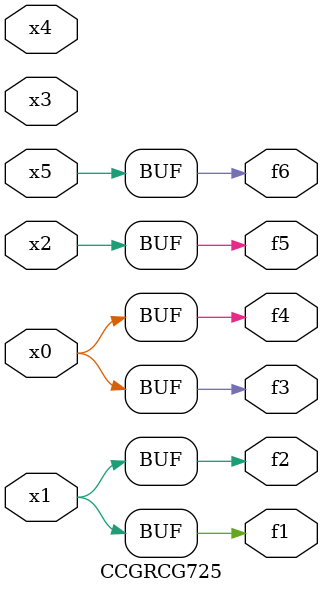
<source format=v>
module CCGRCG725(
	input x0, x1, x2, x3, x4, x5,
	output f1, f2, f3, f4, f5, f6
);
	assign f1 = x1;
	assign f2 = x1;
	assign f3 = x0;
	assign f4 = x0;
	assign f5 = x2;
	assign f6 = x5;
endmodule

</source>
